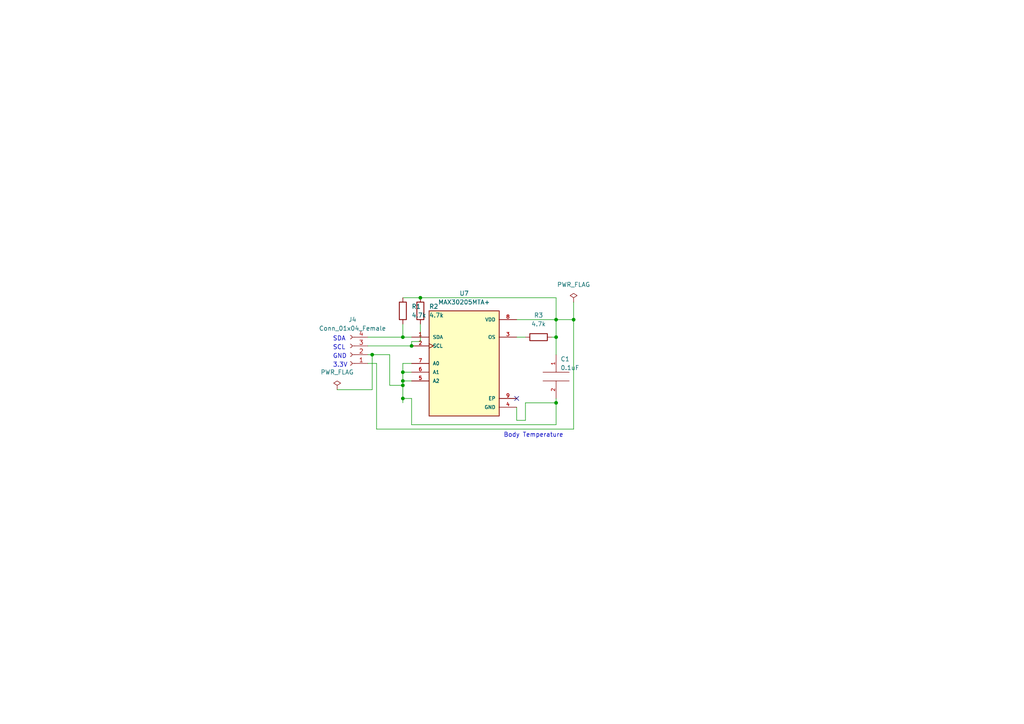
<source format=kicad_sch>
(kicad_sch (version 20211123) (generator eeschema)
  (paper "A4")
  (lib_symbols
    (symbol "Connector:Conn_01x04_Female" (pin_names (offset 1.016) hide)
      (property "Reference" "J" (at 0 5.08 0))
      (property "Value" "Conn_01x04_Female" (at 0 -7.62 0))
      (symbol "Conn_01x04_Female_1_1"
        (arc (start 0 -4.572) (mid -0.508 -5.08) (end 0 -5.588) (stroke (width 0.1524)))
        (arc (start 0 -2.032) (mid -0.508 -2.54) (end 0 -3.048) (stroke (width 0.1524)))
        (polyline (pts (xy -1.27 -5.08) (xy -0.508 -5.08)) (stroke (width 0.1524)))
        (polyline (pts (xy -1.27 -2.54) (xy -0.508 -2.54)) (stroke (width 0.1524)))
        (polyline (pts (xy -1.27 0) (xy -0.508 0)) (stroke (width 0.1524)))
        (polyline (pts (xy -1.27 2.54) (xy -0.508 2.54)) (stroke (width 0.1524)))
        (arc (start 0 0.508) (mid -0.508 0) (end 0 -0.508) (stroke (width 0.1524)))
        (arc (start 0 3.048) (mid -0.508 2.54) (end 0 2.032) (stroke (width 0.1524)))
        (pin passive line (at -5.08 2.54 0) (length 3.81) (name "Pin_1") (number "1"))
        (pin passive line (at -5.08 0 0) (length 3.81) (name "Pin_2") (number "2"))
        (pin passive line (at -5.08 -2.54 0) (length 3.81) (name "Pin_3") (number "3"))
        (pin passive line (at -5.08 -5.08 0) (length 3.81) (name "Pin_4") (number "4"))
      )
    )
    (symbol "Device:R" (pin_numbers hide) (pin_names (offset 0))
      (property "Reference" "R" (at 2.032 0 90))
      (property "Value" "R" (at 0 0 90))
      (symbol "R_0_1"
        (rectangle (start -1.016 -2.54) (end 1.016 2.54) (stroke (width 0.254)))
      )
      (symbol "R_1_1"
        (pin passive line (at 0 3.81 270) (length 1.27) (name "~") (number "1"))
        (pin passive line (at 0 -3.81 90) (length 1.27) (name "~") (number "2"))
      )
    )
    (symbol "MAX30205MTA_:MAX30205MTA+" (pin_names (offset 1.016))
      (property "Reference" "U" (at -10.16 16.2306 0))
      (property "Value" "MAX30205MTA+" (at -10.16 -19.2278 0))
      (symbol "MAX30205MTA+_0_0"
        (rectangle (start -10.16 -15.24) (end 10.16 15.24) (stroke (width 0.254)) (fill (type background)))
        (pin bidirectional line (at -15.24 7.62 0) (length 5.08) (name "SDA") (number "1"))
        (pin input clock (at -15.24 5.08 0) (length 5.08) (name "SCL") (number "2"))
        (pin output line (at 15.24 7.62 180) (length 5.08) (name "OS") (number "3"))
        (pin power_in line (at 15.24 -12.7 180) (length 5.08) (name "GND") (number "4"))
        (pin input line (at -15.24 -5.08 0) (length 5.08) (name "A2") (number "5"))
        (pin input line (at -15.24 -2.54 0) (length 5.08) (name "A1") (number "6"))
        (pin input line (at -15.24 0 0) (length 5.08) (name "A0") (number "7"))
        (pin power_in line (at 15.24 12.7 180) (length 5.08) (name "VDD") (number "8"))
        (pin power_in line (at 15.24 -10.16 180) (length 5.08) (name "EP") (number "9"))
      )
    )
    (symbol "power:PWR_FLAG" (power) (pin_numbers hide) (pin_names (offset 0) hide)
      (property "Value" "PWR_FLAG" (at 0 3.81 0))
      (symbol "PWR_FLAG_0_0"
        (pin power_out line (at 0 0 90) (length 0) (name "pwr") (number "1"))
      )
      (symbol "PWR_FLAG_0_1"
        (polyline (pts (xy 0 0) (xy 0 1.27) (xy -1.016 1.905) (xy 0 2.54) (xy 1.016 1.905) (xy 0 1.27)))
      )
    )
    (symbol "pspice:CAP" (pin_names (offset 0.254))
      (property "Reference" "C" (at 2.54 3.81 90))
      (property "Value" "CAP" (at 2.54 -3.81 90))
      (symbol "CAP_0_1"
        (polyline (pts (xy -3.81 -1.27) (xy 3.81 -1.27)))
        (polyline (pts (xy -3.81 1.27) (xy 3.81 1.27)))
      )
      (symbol "CAP_1_1"
        (pin passive line (at 0 6.35 270) (length 5.08) (name "~") (number "1"))
        (pin passive line (at 0 -6.35 90) (length 5.08) (name "~") (number "2"))
      )
    )
  )
  (junction (at 107.95 102.87))
  (junction (at 116.84 97.79))
  (junction (at 161.29 116.84))
  (junction (at 121.92 86.36))
  (junction (at 116.84 115.57))
  (junction (at 161.29 92.71))
  (junction (at 119.38 100.33))
  (junction (at 166.37 92.71))
  (junction (at 116.84 111.76))
  (junction (at 116.84 107.95))
  (junction (at 161.29 97.79))
  (junction (at 116.84 110.49))
  (no_connect (at 149.86 115.57))
  (wire (pts (xy 116.84 111.76) (xy 116.84 115.57)))
  (wire (pts (xy 113.03 102.87) (xy 113.03 111.76)))
  (wire (pts (xy 161.29 97.79) (xy 161.29 102.87)))
  (wire (pts (xy 107.95 113.03) (xy 107.95 102.87)))
  (wire (pts (xy 116.84 86.36) (xy 121.92 86.36)))
  (wire (pts (xy 121.92 99.06) (xy 121.92 93.98)))
  (wire (pts (xy 116.84 93.98) (xy 116.84 97.79)))
  (wire (pts (xy 152.4 121.92) (xy 152.4 116.84)))
  (wire (pts (xy 161.29 86.36) (xy 161.29 92.71)))
  (wire (pts (xy 109.22 105.41) (xy 109.22 124.46)))
  (wire (pts (xy 161.29 116.84) (xy 161.29 123.19)))
  (wire (pts (xy 161.29 123.19) (xy 119.38 123.19)))
  (wire (pts (xy 116.84 110.49) (xy 116.84 111.76)))
  (wire (pts (xy 97.79 113.03) (xy 107.95 113.03)))
  (wire (pts (xy 106.68 97.79) (xy 116.84 97.79)))
  (wire (pts (xy 116.84 107.95) (xy 119.38 107.95)))
  (wire (pts (xy 119.38 105.41) (xy 116.84 105.41)))
  (wire (pts (xy 160.02 97.79) (xy 161.29 97.79)))
  (wire (pts (xy 166.37 124.46) (xy 166.37 92.71)))
  (wire (pts (xy 106.68 102.87) (xy 107.95 102.87)))
  (wire (pts (xy 119.38 99.06) (xy 121.92 99.06)))
  (wire (pts (xy 161.29 92.71) (xy 166.37 92.71)))
  (wire (pts (xy 116.84 107.95) (xy 116.84 110.49)))
  (wire (pts (xy 116.84 110.49) (xy 119.38 110.49)))
  (wire (pts (xy 149.86 118.11) (xy 149.86 121.92)))
  (wire (pts (xy 116.84 105.41) (xy 116.84 107.95)))
  (wire (pts (xy 149.86 97.79) (xy 152.4 97.79)))
  (wire (pts (xy 161.29 92.71) (xy 161.29 97.79)))
  (wire (pts (xy 149.86 121.92) (xy 152.4 121.92)))
  (wire (pts (xy 149.86 92.71) (xy 161.29 92.71)))
  (wire (pts (xy 113.03 111.76) (xy 116.84 111.76)))
  (wire (pts (xy 119.38 115.57) (xy 116.84 115.57)))
  (wire (pts (xy 166.37 87.63) (xy 166.37 92.71)))
  (wire (pts (xy 119.38 99.06) (xy 119.38 100.33)))
  (wire (pts (xy 116.84 97.79) (xy 119.38 97.79)))
  (wire (pts (xy 116.84 115.57) (xy 116.84 116.84)))
  (wire (pts (xy 109.22 124.46) (xy 166.37 124.46)))
  (wire (pts (xy 152.4 116.84) (xy 161.29 116.84)))
  (wire (pts (xy 119.38 123.19) (xy 119.38 115.57)))
  (wire (pts (xy 106.68 105.41) (xy 109.22 105.41)))
  (wire (pts (xy 106.68 100.33) (xy 119.38 100.33)))
  (wire (pts (xy 107.95 102.87) (xy 113.03 102.87)))
  (wire (pts (xy 161.29 115.57) (xy 161.29 116.84)))
  (wire (pts (xy 121.92 86.36) (xy 161.29 86.36)))
  (text "3.3V" (at 96.52 106.68 0) (effects (font (size 1.27 1.27)) (justify left bottom)))
  (text "SDA" (at 96.52 99.06 0) (effects (font (size 1.27 1.27)) (justify left bottom)))
  (text "SCL" (at 96.52 101.6 0) (effects (font (size 1.27 1.27)) (justify left bottom)))
  (text "Body Temperature" (at 146.05 127 0) (effects (font (size 1.27 1.27)) (justify left bottom)))
  (text "GND" (at 96.52 104.14 0) (effects (font (size 1.27 1.27)) (justify left bottom)))
  (symbol (lib_id "Device:R") (at 116.84 90.17 180) (unit 1)
    (property "Reference" "R1" (at 119.38 88.8999 0) (effects (justify right)))
    (property "Value" "4.7k" (at 119.38 91.4399 0) (effects (justify right)))
    (property "Footprint" "Resistor_THT:R_Axial_DIN0207_L6.3mm_D2.5mm_P10.16mm_Horizontal" (effects hide))
  )
  (symbol (lib_id "pspice:CAP") (at 161.29 109.22 0) (unit 1)
    (property "Reference" "C1" (at 162.56 104.14 0) (effects (justify left)))
    (property "Value" "0.1uF" (at 162.56 106.68 0) (effects (justify left)))
    (property "Footprint" "Capacitor_SMD:CP_Elec_3x5.3" (effects hide))
  )
  (symbol (lib_id "Connector:Conn_01x04_Female") (at 101.6 102.87 180) (unit 1)
    (property "Reference" "J4" (at 102.235 92.71 0))
    (property "Value" "Conn_01x04_Female" (at 102.235 95.25 0))
    (property "Footprint" "Connector_PinHeader_1.00mm:PinHeader_1x04_P1.00mm_Vertical" (effects hide))
  )
  (symbol (lib_id "Device:R") (at 156.21 97.79 90) (unit 1)
    (property "Reference" "R3" (at 156.21 91.44 90))
    (property "Value" "4.7k" (at 156.21 93.98 90))
    (property "Footprint" "Resistor_THT:R_Axial_DIN0207_L6.3mm_D2.5mm_P10.16mm_Horizontal" (effects hide))
  )
  (symbol (lib_id "power:PWR_FLAG") (at 166.37 87.63 0) (unit 1)
    (property "Reference" "#FLG05" (effects hide))
    (property "Value" "PWR_FLAG" (at 166.37 82.55 0))
  )
  (symbol (lib_id "power:PWR_FLAG") (at 97.79 113.03 0) (unit 1)
    (property "Reference" "#FLG04" (effects hide))
    (property "Value" "PWR_FLAG" (at 97.79 107.95 0))
  )
  (symbol (lib_id "MAX30205MTA_:MAX30205MTA+") (at 134.62 105.41 0) (unit 1)
    (property "Reference" "U7" (at 134.62 85.09 0))
    (property "Value" "MAX30205MTA+" (at 134.62 87.63 0))
    (property "Footprint" "footprint:SON65P300X300X80-9N" (effects hide))
    (property "MF" "Maxim Integrated" (effects hide))
    (property "PACKAGE" "TDFN-EP-8 Maxim" (effects hide))
    (property "PRICE" "None" (effects hide))
    (property "AVAILABILITY" "Unavailable" (effects hide))
    (property "MP" "MAX30205MTA+" (effects hide))
    (property "DESCRIPTION" "0.1oc Accuracy Temp Sensor" (effects hide))
  )
  (symbol (lib_id "Device:R") (at 121.92 90.17 180) (unit 1)
    (property "Reference" "R2" (at 124.46 88.8999 0) (effects (justify right)))
    (property "Value" "4.7k" (at 124.46 91.4399 0) (effects (justify right)))
    (property "Footprint" "Resistor_THT:R_Axial_DIN0207_L6.3mm_D2.5mm_P10.16mm_Horizontal" (effects hide))
  )
)
</source>
